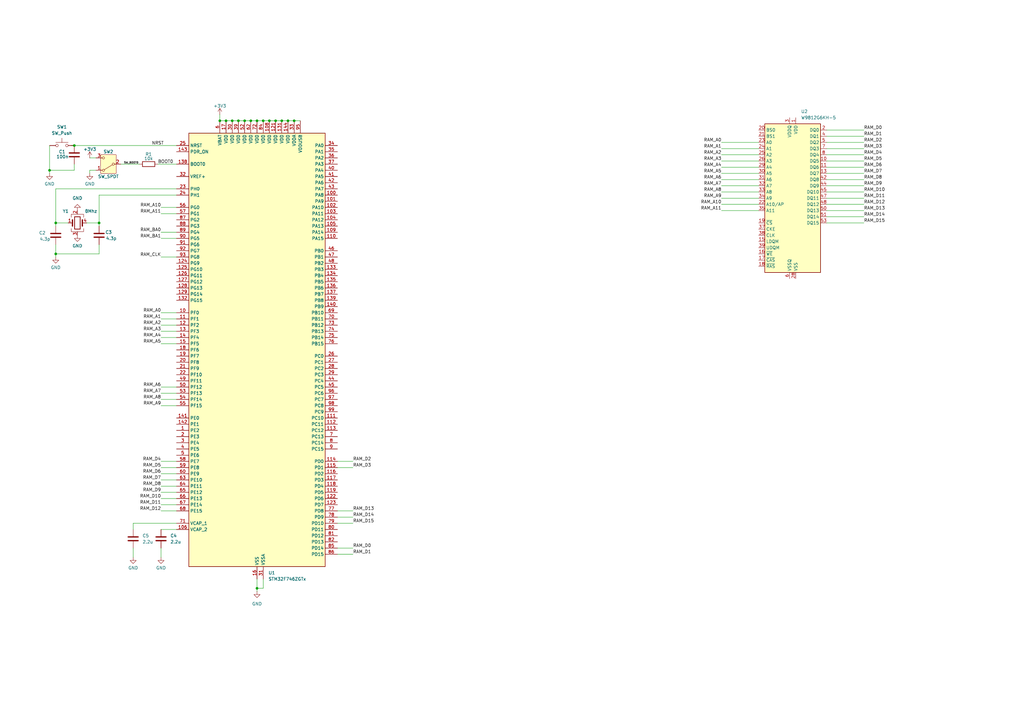
<source format=kicad_sch>
(kicad_sch (version 20250114) (generator "eeschema") (generator_version "9.0")
  (paper "A3")
  (lib_symbols
    (symbol "Device:C" (pin_numbers (hide yes)) (pin_names (offset 0.254))
      (property "Reference" "C" (at 0.635 2.54 0))
      (property "Value" "C" (at 0.635 -2.54 0))
      (symbol "C_0_1"
        (polyline (pts (xy -2.032 0.762) (xy 2.032 0.762)) (stroke (width 0.508)))
        (polyline (pts (xy -2.032 -0.762) (xy 2.032 -0.762)) (stroke (width 0.508)))
      )
      (symbol "C_1_1"
        (pin passive line (at 0 3.81 270) (length 2.794) (name "~") (number "1"))
        (pin passive line (at 0 -3.81 90) (length 2.794) (name "~") (number "2"))
      )
    )
    (symbol "Device:Crystal_GND23" (pin_names (offset 1.016) (hide yes))
      (property "Reference" "Y" (at 3.175 5.08 0))
      (property "Value" "Crystal_GND23" (at 3.175 3.175 0))
      (symbol "Crystal_GND23_0_1"
        (polyline (pts (xy -2.54 2.286) (xy -2.54 3.556) (xy 2.54 3.556) (xy 2.54 2.286)))
        (polyline (pts (xy -2.54 0) (xy -2.032 0)))
        (polyline (pts (xy -2.54 -2.286) (xy -2.54 -3.556) (xy 2.54 -3.556) (xy 2.54 -2.286)))
        (polyline (pts (xy -2.032 -1.27) (xy -2.032 1.27)) (stroke (width 0.508)))
        (rectangle (start -1.143 2.54) (end 1.143 -2.54) (stroke (width 0.3048)))
        (polyline (pts (xy 0 3.556) (xy 0 3.81)))
        (polyline (pts (xy 0 -3.81) (xy 0 -3.556)))
        (polyline (pts (xy 2.032 0) (xy 2.54 0)))
        (polyline (pts (xy 2.032 -1.27) (xy 2.032 1.27)) (stroke (width 0.508)))
      )
      (symbol "Crystal_GND23_1_1"
        (pin passive line (at -3.81 0 0) (length 1.27) (name "1") (number "1"))
        (pin passive line (at 0 5.08 270) (length 1.27) (name "2") (number "2"))
        (pin passive line (at 0 -5.08 90) (length 1.27) (name "3") (number "3"))
        (pin passive line (at 3.81 0 180) (length 1.27) (name "4") (number "4"))
      )
    )
    (symbol "Device:R" (pin_numbers (hide yes)) (pin_names (offset 0))
      (property "Reference" "R" (at 2.032 0 90))
      (property "Value" "R" (at 0 0 90))
      (symbol "R_0_1"
        (rectangle (start -1.016 -2.54) (end 1.016 2.54) (stroke (width 0.254)))
      )
      (symbol "R_1_1"
        (pin passive line (at 0 3.81 270) (length 1.27) (name "~") (number "1"))
        (pin passive line (at 0 -3.81 90) (length 1.27) (name "~") (number "2"))
      )
    )
    (symbol "GND_1" (power) (pin_numbers (hide yes)) (pin_names (offset 0) (hide yes))
      (property "Value" "GND" (at 0 -3.81 0))
      (symbol "GND_1_0_1"
        (polyline (pts (xy 0 0) (xy 0 -1.27) (xy 1.27 -1.27) (xy 0 -2.54) (xy -1.27 -1.27) (xy 0 -1.27)))
      )
      (symbol "GND_1_1_1"
        (pin power_in line (at 0 0 270) (length 0) (name "~") (number "1"))
      )
    )
    (symbol "MCU_ST_STM32F7:STM32F746ZGTx"
      (property "Reference" "U" (at -27.94 90.17 0))
      (property "Value" "STM32F746ZGTx" (at 20.32 90.17 0))
      (symbol "STM32F746ZGTx_0_1"
        (rectangle (start -27.94 -88.9) (end 27.94 88.9) (stroke (width 0.254)) (fill (type background)))
      )
      (symbol "STM32F746ZGTx_1_1"
        (pin input line (at -33.02 83.82 0) (length 5.08) (name "NRST") (number "25"))
        (pin input line (at -33.02 81.28 0) (length 5.08) (name "PDR_ON") (number "143"))
        (pin input line (at -33.02 76.2 0) (length 5.08) (name "BOOT0") (number "138"))
        (pin input line (at -33.02 71.12 0) (length 5.08) (name "VREF+") (number "32"))
        (pin bidirectional line (at -33.02 66.04 0) (length 5.08) (name "PH0") (number "23"))
        (pin bidirectional line (at -33.02 63.5 0) (length 5.08) (name "PH1") (number "24"))
        (pin bidirectional line (at -33.02 58.42 0) (length 5.08) (name "PG0") (number "56"))
        (pin bidirectional line (at -33.02 55.88 0) (length 5.08) (name "PG1") (number "57"))
        (pin bidirectional line (at -33.02 53.34 0) (length 5.08) (name "PG2") (number "87"))
        (pin bidirectional line (at -33.02 50.8 0) (length 5.08) (name "PG3") (number "88"))
        (pin bidirectional line (at -33.02 48.26 0) (length 5.08) (name "PG4") (number "89"))
        (pin bidirectional line (at -33.02 45.72 0) (length 5.08) (name "PG5") (number "90"))
        (pin bidirectional line (at -33.02 43.18 0) (length 5.08) (name "PG6") (number "91"))
        (pin bidirectional line (at -33.02 40.64 0) (length 5.08) (name "PG7") (number "92"))
        (pin bidirectional line (at -33.02 38.1 0) (length 5.08) (name "PG8") (number "93"))
        (pin bidirectional line (at -33.02 35.56 0) (length 5.08) (name "PG9") (number "124"))
        (pin bidirectional line (at -33.02 33.02 0) (length 5.08) (name "PG10") (number "125"))
        (pin bidirectional line (at -33.02 30.48 0) (length 5.08) (name "PG11") (number "126"))
        (pin bidirectional line (at -33.02 27.94 0) (length 5.08) (name "PG12") (number "127"))
        (pin bidirectional line (at -33.02 25.4 0) (length 5.08) (name "PG13") (number "128"))
        (pin bidirectional line (at -33.02 22.86 0) (length 5.08) (name "PG14") (number "129"))
        (pin bidirectional line (at -33.02 20.32 0) (length 5.08) (name "PG15") (number "132"))
        (pin bidirectional line (at -33.02 15.24 0) (length 5.08) (name "PF0") (number "10"))
        (pin bidirectional line (at -33.02 12.7 0) (length 5.08) (name "PF1") (number "11"))
        (pin bidirectional line (at -33.02 10.16 0) (length 5.08) (name "PF2") (number "12"))
        (pin bidirectional line (at -33.02 7.62 0) (length 5.08) (name "PF3") (number "13"))
        (pin bidirectional line (at -33.02 5.08 0) (length 5.08) (name "PF4") (number "14"))
        (pin bidirectional line (at -33.02 2.54 0) (length 5.08) (name "PF5") (number "15"))
        (pin bidirectional line (at -33.02 0 0) (length 5.08) (name "PF6") (number "18"))
        (pin bidirectional line (at -33.02 -2.54 0) (length 5.08) (name "PF7") (number "19"))
        (pin bidirectional line (at -33.02 -5.08 0) (length 5.08) (name "PF8") (number "20"))
        (pin bidirectional line (at -33.02 -7.62 0) (length 5.08) (name "PF9") (number "21"))
        (pin bidirectional line (at -33.02 -10.16 0) (length 5.08) (name "PF10") (number "22"))
        (pin bidirectional line (at -33.02 -12.7 0) (length 5.08) (name "PF11") (number "49"))
        (pin bidirectional line (at -33.02 -15.24 0) (length 5.08) (name "PF12") (number "50"))
        (pin bidirectional line (at -33.02 -17.78 0) (length 5.08) (name "PF13") (number "53"))
        (pin bidirectional line (at -33.02 -20.32 0) (length 5.08) (name "PF14") (number "54"))
        (pin bidirectional line (at -33.02 -22.86 0) (length 5.08) (name "PF15") (number "55"))
        (pin bidirectional line (at -33.02 -27.94 0) (length 5.08) (name "PE0") (number "141"))
        (pin bidirectional line (at -33.02 -30.48 0) (length 5.08) (name "PE1") (number "142"))
        (pin bidirectional line (at -33.02 -33.02 0) (length 5.08) (name "PE2") (number "1"))
        (pin bidirectional line (at -33.02 -35.56 0) (length 5.08) (name "PE3") (number "2"))
        (pin bidirectional line (at -33.02 -38.1 0) (length 5.08) (name "PE4") (number "3"))
        (pin bidirectional line (at -33.02 -40.64 0) (length 5.08) (name "PE5") (number "4"))
        (pin bidirectional line (at -33.02 -43.18 0) (length 5.08) (name "PE6") (number "5"))
        (pin bidirectional line (at -33.02 -45.72 0) (length 5.08) (name "PE7") (number "58"))
        (pin bidirectional line (at -33.02 -48.26 0) (length 5.08) (name "PE8") (number "59"))
        (pin bidirectional line (at -33.02 -50.8 0) (length 5.08) (name "PE9") (number "60"))
        (pin bidirectional line (at -33.02 -53.34 0) (length 5.08) (name "PE10") (number "63"))
        (pin bidirectional line (at -33.02 -55.88 0) (length 5.08) (name "PE11") (number "64"))
        (pin bidirectional line (at -33.02 -58.42 0) (length 5.08) (name "PE12") (number "65"))
        (pin bidirectional line (at -33.02 -60.96 0) (length 5.08) (name "PE13") (number "66"))
        (pin bidirectional line (at -33.02 -63.5 0) (length 5.08) (name "PE14") (number "67"))
        (pin bidirectional line (at -33.02 -66.04 0) (length 5.08) (name "PE15") (number "68"))
        (pin power_out line (at -33.02 -71.12 0) (length 5.08) (name "VCAP_1") (number "71"))
        (pin power_out line (at -33.02 -73.66 0) (length 5.08) (name "VCAP_2") (number "106"))
        (pin power_in line (at -15.24 93.98 270) (length 5.08) (name "VBAT") (number "6"))
        (pin power_in line (at -12.7 93.98 270) (length 5.08) (name "VDD") (number "17"))
        (pin power_in line (at -10.16 93.98 270) (length 5.08) (name "VDD") (number "30"))
        (pin power_in line (at -7.62 93.98 270) (length 5.08) (name "VDD") (number "39"))
        (pin power_in line (at -5.08 93.98 270) (length 5.08) (name "VDD") (number "52"))
        (pin power_in line (at -2.54 93.98 270) (length 5.08) (name "VDD") (number "62"))
        (pin power_in line (at 0 93.98 270) (length 5.08) (name "VDD") (number "72"))
        (pin passive line (at 0 -93.98 90) (length 5.08) (hide yes) (name "VSS") (number "107"))
        (pin passive line (at 0 -93.98 90) (length 5.08) (hide yes) (name "VSS") (number "120"))
        (pin passive line (at 0 -93.98 90) (length 5.08) (hide yes) (name "VSS") (number "130"))
        (pin power_in line (at 0 -93.98 90) (length 5.08) (name "VSS") (number "16"))
        (pin passive line (at 0 -93.98 90) (length 5.08) (hide yes) (name "VSS") (number "38"))
        (pin passive line (at 0 -93.98 90) (length 5.08) (hide yes) (name "VSS") (number "51"))
        (pin passive line (at 0 -93.98 90) (length 5.08) (hide yes) (name "VSS") (number "61"))
        (pin passive line (at 0 -93.98 90) (length 5.08) (hide yes) (name "VSS") (number "83"))
        (pin passive line (at 0 -93.98 90) (length 5.08) (hide yes) (name "VSS") (number "94"))
        (pin power_in line (at 2.54 93.98 270) (length 5.08) (name "VDD") (number "84"))
        (pin power_in line (at 2.54 -93.98 90) (length 5.08) (name "VSSA") (number "31"))
        (pin power_in line (at 5.08 93.98 270) (length 5.08) (name "VDD") (number "108"))
        (pin power_in line (at 7.62 93.98 270) (length 5.08) (name "VDD") (number "121"))
        (pin power_in line (at 10.16 93.98 270) (length 5.08) (name "VDD") (number "131"))
        (pin power_in line (at 12.7 93.98 270) (length 5.08) (name "VDD") (number "144"))
        (pin power_in line (at 15.24 93.98 270) (length 5.08) (name "VDDA") (number "33"))
        (pin power_in line (at 17.78 93.98 270) (length 5.08) (name "VDDUSB") (number "95"))
        (pin bidirectional line (at 33.02 83.82 180) (length 5.08) (name "PA0") (number "34"))
        (pin bidirectional line (at 33.02 81.28 180) (length 5.08) (name "PA1") (number "35"))
        (pin bidirectional line (at 33.02 78.74 180) (length 5.08) (name "PA2") (number "36"))
        (pin bidirectional line (at 33.02 76.2 180) (length 5.08) (name "PA3") (number "37"))
        (pin bidirectional line (at 33.02 73.66 180) (length 5.08) (name "PA4") (number "40"))
        (pin bidirectional line (at 33.02 71.12 180) (length 5.08) (name "PA5") (number "41"))
        (pin bidirectional line (at 33.02 68.58 180) (length 5.08) (name "PA6") (number "42"))
        (pin bidirectional line (at 33.02 66.04 180) (length 5.08) (name "PA7") (number "43"))
        (pin bidirectional line (at 33.02 63.5 180) (length 5.08) (name "PA8") (number "100"))
        (pin bidirectional line (at 33.02 60.96 180) (length 5.08) (name "PA9") (number "101"))
        (pin bidirectional line (at 33.02 58.42 180) (length 5.08) (name "PA10") (number "102"))
        (pin bidirectional line (at 33.02 55.88 180) (length 5.08) (name "PA11") (number "103"))
        (pin bidirectional line (at 33.02 53.34 180) (length 5.08) (name "PA12") (number "104"))
        (pin bidirectional line (at 33.02 50.8 180) (length 5.08) (name "PA13") (number "105"))
        (pin bidirectional line (at 33.02 48.26 180) (length 5.08) (name "PA14") (number "109"))
        (pin bidirectional line (at 33.02 45.72 180) (length 5.08) (name "PA15") (number "110"))
        (pin bidirectional line (at 33.02 40.64 180) (length 5.08) (name "PB0") (number "46"))
        (pin bidirectional line (at 33.02 38.1 180) (length 5.08) (name "PB1") (number "47"))
        (pin bidirectional line (at 33.02 35.56 180) (length 5.08) (name "PB2") (number "48"))
        (pin bidirectional line (at 33.02 33.02 180) (length 5.08) (name "PB3") (number "133"))
        (pin bidirectional line (at 33.02 30.48 180) (length 5.08) (name "PB4") (number "134"))
        (pin bidirectional line (at 33.02 27.94 180) (length 5.08) (name "PB5") (number "135"))
        (pin bidirectional line (at 33.02 25.4 180) (length 5.08) (name "PB6") (number "136"))
        (pin bidirectional line (at 33.02 22.86 180) (length 5.08) (name "PB7") (number "137"))
        (pin bidirectional line (at 33.02 20.32 180) (length 5.08) (name "PB8") (number "139"))
        (pin bidirectional line (at 33.02 17.78 180) (length 5.08) (name "PB9") (number "140"))
        (pin bidirectional line (at 33.02 15.24 180) (length 5.08) (name "PB10") (number "69"))
        (pin bidirectional line (at 33.02 12.7 180) (length 5.08) (name "PB11") (number "70"))
        (pin bidirectional line (at 33.02 10.16 180) (length 5.08) (name "PB12") (number "73"))
        (pin bidirectional line (at 33.02 7.62 180) (length 5.08) (name "PB13") (number "74"))
        (pin bidirectional line (at 33.02 5.08 180) (length 5.08) (name "PB14") (number "75"))
        (pin bidirectional line (at 33.02 2.54 180) (length 5.08) (name "PB15") (number "76"))
        (pin bidirectional line (at 33.02 -2.54 180) (length 5.08) (name "PC0") (number "26"))
        (pin bidirectional line (at 33.02 -5.08 180) (length 5.08) (name "PC1") (number "27"))
        (pin bidirectional line (at 33.02 -7.62 180) (length 5.08) (name "PC2") (number "28"))
        (pin bidirectional line (at 33.02 -10.16 180) (length 5.08) (name "PC3") (number "29"))
        (pin bidirectional line (at 33.02 -12.7 180) (length 5.08) (name "PC4") (number "44"))
        (pin bidirectional line (at 33.02 -15.24 180) (length 5.08) (name "PC5") (number "45"))
        (pin bidirectional line (at 33.02 -17.78 180) (length 5.08) (name "PC6") (number "96"))
        (pin bidirectional line (at 33.02 -20.32 180) (length 5.08) (name "PC7") (number "97"))
        (pin bidirectional line (at 33.02 -22.86 180) (length 5.08) (name "PC8") (number "98"))
        (pin bidirectional line (at 33.02 -25.4 180) (length 5.08) (name "PC9") (number "99"))
        (pin bidirectional line (at 33.02 -27.94 180) (length 5.08) (name "PC10") (number "111"))
        (pin bidirectional line (at 33.02 -30.48 180) (length 5.08) (name "PC11") (number "112"))
        (pin bidirectional line (at 33.02 -33.02 180) (length 5.08) (name "PC12") (number "113"))
        (pin bidirectional line (at 33.02 -35.56 180) (length 5.08) (name "PC13") (number "7"))
        (pin bidirectional line (at 33.02 -38.1 180) (length 5.08) (name "PC14") (number "8"))
        (pin bidirectional line (at 33.02 -40.64 180) (length 5.08) (name "PC15") (number "9"))
        (pin bidirectional line (at 33.02 -45.72 180) (length 5.08) (name "PD0") (number "114"))
        (pin bidirectional line (at 33.02 -48.26 180) (length 5.08) (name "PD1") (number "115"))
        (pin bidirectional line (at 33.02 -50.8 180) (length 5.08) (name "PD2") (number "116"))
        (pin bidirectional line (at 33.02 -53.34 180) (length 5.08) (name "PD3") (number "117"))
        (pin bidirectional line (at 33.02 -55.88 180) (length 5.08) (name "PD4") (number "118"))
        (pin bidirectional line (at 33.02 -58.42 180) (length 5.08) (name "PD5") (number "119"))
        (pin bidirectional line (at 33.02 -60.96 180) (length 5.08) (name "PD6") (number "122"))
        (pin bidirectional line (at 33.02 -63.5 180) (length 5.08) (name "PD7") (number "123"))
        (pin bidirectional line (at 33.02 -66.04 180) (length 5.08) (name "PD8") (number "77"))
        (pin bidirectional line (at 33.02 -68.58 180) (length 5.08) (name "PD9") (number "78"))
        (pin bidirectional line (at 33.02 -71.12 180) (length 5.08) (name "PD10") (number "79"))
        (pin bidirectional line (at 33.02 -73.66 180) (length 5.08) (name "PD11") (number "80"))
        (pin bidirectional line (at 33.02 -76.2 180) (length 5.08) (name "PD12") (number "81"))
        (pin bidirectional line (at 33.02 -78.74 180) (length 5.08) (name "PD13") (number "82"))
        (pin bidirectional line (at 33.02 -81.28 180) (length 5.08) (name "PD14") (number "85"))
        (pin bidirectional line (at 33.02 -83.82 180) (length 5.08) (name "PD15") (number "86"))
      )
    )
    (symbol "Memory_RAM:W9812G6KH-5"
      (property "Reference" "U" (at -10.16 31.75 0))
      (property "Value" "W9812G6KH-5" (at -10.16 -33.02 0))
      (symbol "W9812G6KH-5_1_1"
        (rectangle (start -10.16 30.48) (end 12.7 -30.48) (stroke (width 0.254)) (fill (type background)))
        (pin input line (at -12.7 27.94 0) (length 2.54) (name "BS0") (number "20"))
        (pin input line (at -12.7 25.4 0) (length 2.54) (name "BS1") (number "21"))
        (pin input line (at -12.7 22.86 0) (length 2.54) (name "A0") (number "23"))
        (pin input line (at -12.7 20.32 0) (length 2.54) (name "A1") (number "24"))
        (pin input line (at -12.7 17.78 0) (length 2.54) (name "A2") (number "25"))
        (pin input line (at -12.7 15.24 0) (length 2.54) (name "A3") (number "26"))
        (pin input line (at -12.7 12.7 0) (length 2.54) (name "A4") (number "29"))
        (pin input line (at -12.7 10.16 0) (length 2.54) (name "A5") (number "30"))
        (pin input line (at -12.7 7.62 0) (length 2.54) (name "A6") (number "31"))
        (pin input line (at -12.7 5.08 0) (length 2.54) (name "A7") (number "32"))
        (pin input line (at -12.7 2.54 0) (length 2.54) (name "A8") (number "33"))
        (pin input line (at -12.7 0 0) (length 2.54) (name "A9") (number "34"))
        (pin input line (at -12.7 -2.54 0) (length 2.54) (name "A10/AP") (number "22"))
        (pin input line (at -12.7 -5.08 0) (length 2.54) (name "A11") (number "35"))
        (pin input line (at -12.7 -10.16 0) (length 2.54) (name "~{CS}") (number "19"))
        (pin input line (at -12.7 -12.7 0) (length 2.54) (name "CKE") (number "37"))
        (pin input line (at -12.7 -15.24 0) (length 2.54) (name "CLK") (number "38"))
        (pin input line (at -12.7 -17.78 0) (length 2.54) (name "LDQM") (number "15"))
        (pin input line (at -12.7 -20.32 0) (length 2.54) (name "UDQM") (number "39"))
        (pin input line (at -12.7 -22.86 0) (length 2.54) (name "~{WE}") (number "16"))
        (pin input line (at -12.7 -25.4 0) (length 2.54) (name "~{CAS}") (number "17"))
        (pin input line (at -12.7 -27.94 0) (length 2.54) (name "~{RAS}") (number "18"))
        (pin power_in line (at 0 33.02 270) (length 2.54) (name "VDDQ") (number "3"))
        (pin passive line (at 0 33.02 270) (length 2.54) (hide yes) (name "VDDQ") (number "43"))
        (pin passive line (at 0 33.02 270) (length 2.54) (hide yes) (name "VDDQ") (number "49"))
        (pin passive line (at 0 33.02 270) (length 2.54) (hide yes) (name "VDDQ") (number "9"))
        (pin passive line (at 0 -33.02 90) (length 2.54) (hide yes) (name "VSSQ") (number "12"))
        (pin passive line (at 0 -33.02 90) (length 2.54) (hide yes) (name "VSSQ") (number "46"))
        (pin passive line (at 0 -33.02 90) (length 2.54) (hide yes) (name "VSSQ") (number "52"))
        (pin power_in line (at 0 -33.02 90) (length 2.54) (name "VSSQ") (number "6"))
        (pin power_in line (at 2.54 33.02 270) (length 2.54) (name "VDD") (number "1"))
        (pin passive line (at 2.54 33.02 270) (length 2.54) (hide yes) (name "VDD") (number "14"))
        (pin passive line (at 2.54 33.02 270) (length 2.54) (hide yes) (name "VDD") (number "27"))
        (pin power_in line (at 2.54 -33.02 90) (length 2.54) (name "VSS") (number "28"))
        (pin passive line (at 2.54 -33.02 90) (length 2.54) (hide yes) (name "VSS") (number "41"))
        (pin passive line (at 2.54 -33.02 90) (length 2.54) (hide yes) (name "VSS") (number "54"))
        (pin no_connect line (at 12.7 -15.24 180) (length 2.54) (hide yes) (name "NC") (number "36"))
        (pin no_connect line (at 12.7 -17.78 180) (length 2.54) (hide yes) (name "NC") (number "40"))
        (pin bidirectional line (at 15.24 27.94 180) (length 2.54) (name "DQ0") (number "2"))
        (pin bidirectional line (at 15.24 25.4 180) (length 2.54) (name "DQ1") (number "4"))
        (pin bidirectional line (at 15.24 22.86 180) (length 2.54) (name "DQ2") (number "5"))
        (pin bidirectional line (at 15.24 20.32 180) (length 2.54) (name "DQ3") (number "7"))
        (pin bidirectional line (at 15.24 17.78 180) (length 2.54) (name "DQ4") (number "8"))
        (pin bidirectional line (at 15.24 15.24 180) (length 2.54) (name "DQ5") (number "10"))
        (pin bidirectional line (at 15.24 12.7 180) (length 2.54) (name "DQ6") (number "11"))
        (pin bidirectional line (at 15.24 10.16 180) (length 2.54) (name "DQ7") (number "13"))
        (pin bidirectional line (at 15.24 7.62 180) (length 2.54) (name "DQ8") (number "42"))
        (pin bidirectional line (at 15.24 5.08 180) (length 2.54) (name "DQ9") (number "44"))
        (pin bidirectional line (at 15.24 2.54 180) (length 2.54) (name "DQ10") (number "45"))
        (pin bidirectional line (at 15.24 0 180) (length 2.54) (name "DQ11") (number "47"))
        (pin bidirectional line (at 15.24 -2.54 180) (length 2.54) (name "DQ12") (number "48"))
        (pin bidirectional line (at 15.24 -5.08 180) (length 2.54) (name "DQ13") (number "50"))
        (pin bidirectional line (at 15.24 -7.62 180) (length 2.54) (name "DQ14") (number "51"))
        (pin bidirectional line (at 15.24 -10.16 180) (length 2.54) (name "DQ15") (number "53"))
      )
    )
    (symbol "Switch:SW_Push" (pin_numbers (hide yes)) (pin_names (offset 1.016) (hide yes))
      (property "Reference" "SW" (at 1.27 2.54 0))
      (property "Value" "SW_Push" (at 0 -1.524 0))
      (symbol "SW_Push_0_1"
        (circle (center -2.032 0) (radius 0.508))
        (polyline (pts (xy 0 1.27) (xy 0 3.048)))
        (circle (center 2.032 0) (radius 0.508))
        (polyline (pts (xy 2.54 1.27) (xy -2.54 1.27)))
        (pin passive line (at -5.08 0 0) (length 2.54) (name "1") (number "1"))
        (pin passive line (at 5.08 0 180) (length 2.54) (name "2") (number "2"))
      )
    )
    (symbol "Switch:SW_SPDT" (pin_names (offset 0) (hide yes))
      (property "Reference" "SW" (at 0 5.08 0))
      (property "Value" "SW_SPDT" (at 0 -5.08 0))
      (symbol "SW_SPDT_0_1"
        (circle (center -2.032 0) (radius 0.4572))
        (polyline (pts (xy -1.651 0.254) (xy 1.651 2.286)))
        (circle (center 2.032 2.54) (radius 0.4572))
        (circle (center 2.032 -2.54) (radius 0.4572))
      )
      (symbol "SW_SPDT_1_1"
        (rectangle (start -3.175 3.81) (end 3.175 -3.81) (fill (type background)))
        (pin passive line (at -5.08 0 0) (length 2.54) (name "B") (number "2"))
        (pin passive line (at 5.08 2.54 180) (length 2.54) (name "A") (number "1"))
        (pin passive line (at 5.08 -2.54 180) (length 2.54) (name "C") (number "3"))
      )
    )
    (symbol "power:+3V3" (power) (pin_numbers (hide yes)) (pin_names (offset 0) (hide yes))
      (property "Value" "+3V3" (at 0 3.556 0))
      (symbol "+3V3_0_1"
        (polyline (pts (xy -0.762 1.27) (xy 0 2.54)))
        (polyline (pts (xy 0 2.54) (xy 0.762 1.27)))
        (polyline (pts (xy 0 0) (xy 0 2.54)))
      )
      (symbol "+3V3_1_1"
        (pin power_in line (at 0 0 90) (length 0) (name "~") (number "1"))
      )
    )
    (symbol "power:GND" (power) (pin_names (offset 0))
      (property "Value" "GND" (at 0 -3.81 0))
      (symbol "GND_0_1"
        (polyline (pts (xy 0 0) (xy 0 -1.27) (xy 1.27 -1.27) (xy 0 -2.54) (xy -1.27 -1.27) (xy 0 -1.27)))
      )
      (symbol "GND_1_1"
        (pin power_in line (at 0 0 270) (length 0) (hide yes) (name "GND") (number "1"))
      )
    )
  )
  (junction (at 30.48 59.69))
  (junction (at 120.65 49.53))
  (junction (at 40.64 91.44))
  (junction (at 90.17 49.53))
  (junction (at 95.25 49.53))
  (junction (at 100.33 49.53))
  (junction (at 92.71 49.53))
  (junction (at 115.57 49.53))
  (junction (at 97.79 49.53))
  (junction (at 20.32 69.85))
  (junction (at 118.11 49.53))
  (junction (at 22.86 91.44))
  (junction (at 105.41 241.3))
  (junction (at 22.86 104.14))
  (junction (at 113.03 49.53))
  (junction (at 102.87 49.53))
  (junction (at 105.41 49.53))
  (junction (at 110.49 49.53))
  (junction (at 107.95 49.53))
  (wire (pts (xy 339.09 53.34) (xy 354.33 53.34)))
  (wire (pts (xy 138.43 212.09) (xy 144.78 212.09)))
  (wire (pts (xy 54.61 224.79) (xy 54.61 228.6)))
  (wire (pts (xy 339.09 83.82) (xy 354.33 83.82)))
  (wire (pts (xy 339.09 86.36) (xy 354.33 86.36)))
  (wire (pts (xy 339.09 66.04) (xy 354.33 66.04)))
  (wire (pts (xy 295.91 78.74) (xy 311.15 78.74)))
  (wire (pts (xy 66.04 209.55) (xy 72.39 209.55)))
  (wire (pts (xy 339.09 81.28) (xy 354.33 81.28)))
  (wire (pts (xy 295.91 58.42) (xy 311.15 58.42)))
  (wire (pts (xy 100.33 49.53) (xy 102.87 49.53)))
  (wire (pts (xy 295.91 63.5) (xy 311.15 63.5)))
  (wire (pts (xy 20.32 71.12) (xy 20.32 69.85)))
  (wire (pts (xy 118.11 49.53) (xy 120.65 49.53)))
  (wire (pts (xy 107.95 49.53) (xy 110.49 49.53)))
  (wire (pts (xy 66.04 128.27) (xy 72.39 128.27)))
  (wire (pts (xy 102.87 49.53) (xy 105.41 49.53)))
  (wire (pts (xy 66.04 199.39) (xy 72.39 199.39)))
  (wire (pts (xy 105.41 237.49) (xy 105.41 241.3)))
  (wire (pts (xy 295.91 60.96) (xy 311.15 60.96)))
  (wire (pts (xy 66.04 95.25) (xy 72.39 95.25)))
  (wire (pts (xy 339.09 73.66) (xy 354.33 73.66)))
  (wire (pts (xy 339.09 60.96) (xy 354.33 60.96)))
  (wire (pts (xy 95.25 49.53) (xy 97.79 49.53)))
  (wire (pts (xy 339.09 88.9) (xy 354.33 88.9)))
  (wire (pts (xy 138.43 209.55) (xy 144.78 209.55)))
  (wire (pts (xy 295.91 86.36) (xy 311.15 86.36)))
  (wire (pts (xy 295.91 71.12) (xy 311.15 71.12)))
  (wire (pts (xy 138.43 189.23) (xy 144.78 189.23)))
  (wire (pts (xy 66.04 140.97) (xy 72.39 140.97)))
  (wire (pts (xy 66.04 105.41) (xy 72.39 105.41)))
  (wire (pts (xy 66.04 204.47) (xy 72.39 204.47)))
  (wire (pts (xy 92.71 49.53) (xy 95.25 49.53)))
  (wire (pts (xy 66.04 217.17) (xy 72.39 217.17)))
  (wire (pts (xy 339.09 68.58) (xy 354.33 68.58)))
  (wire (pts (xy 339.09 78.74) (xy 354.33 78.74)))
  (wire (pts (xy 66.04 138.43) (xy 72.39 138.43)))
  (wire (pts (xy 40.64 80.01) (xy 40.64 91.44)))
  (wire (pts (xy 295.91 83.82) (xy 311.15 83.82)))
  (wire (pts (xy 107.95 241.3) (xy 107.95 237.49)))
  (wire (pts (xy 339.09 58.42) (xy 354.33 58.42)))
  (wire (pts (xy 144.78 227.33) (xy 138.43 227.33)))
  (wire (pts (xy 30.48 59.69) (xy 72.39 59.69)))
  (wire (pts (xy 66.04 161.29) (xy 72.39 161.29)))
  (wire (pts (xy 66.04 158.75) (xy 72.39 158.75)))
  (wire (pts (xy 39.37 69.85) (xy 36.83 69.85)))
  (wire (pts (xy 72.39 77.47) (xy 22.86 77.47)))
  (wire (pts (xy 66.04 133.35) (xy 72.39 133.35)))
  (wire (pts (xy 144.78 224.79) (xy 138.43 224.79)))
  (wire (pts (xy 105.41 242.57) (xy 105.41 241.3)))
  (wire (pts (xy 66.04 207.01) (xy 72.39 207.01)))
  (wire (pts (xy 66.04 196.85) (xy 72.39 196.85)))
  (wire (pts (xy 115.57 49.53) (xy 118.11 49.53)))
  (wire (pts (xy 49.53 67.31) (xy 57.15 67.31)))
  (wire (pts (xy 54.61 214.63) (xy 54.61 217.17)))
  (wire (pts (xy 90.17 46.99) (xy 90.17 49.53)))
  (wire (pts (xy 295.91 81.28) (xy 311.15 81.28)))
  (wire (pts (xy 66.04 224.79) (xy 66.04 228.6)))
  (wire (pts (xy 64.77 67.31) (xy 72.39 67.31)))
  (wire (pts (xy 66.04 85.09) (xy 72.39 85.09)))
  (wire (pts (xy 90.17 49.53) (xy 92.71 49.53)))
  (wire (pts (xy 20.32 69.85) (xy 30.48 69.85)))
  (wire (pts (xy 113.03 49.53) (xy 115.57 49.53)))
  (wire (pts (xy 105.41 241.3) (xy 107.95 241.3)))
  (wire (pts (xy 339.09 55.88) (xy 354.33 55.88)))
  (wire (pts (xy 66.04 87.63) (xy 72.39 87.63)))
  (wire (pts (xy 295.91 76.2) (xy 311.15 76.2)))
  (wire (pts (xy 72.39 80.01) (xy 40.64 80.01)))
  (wire (pts (xy 22.86 77.47) (xy 22.86 91.44)))
  (wire (pts (xy 295.91 66.04) (xy 311.15 66.04)))
  (wire (pts (xy 30.48 67.31) (xy 30.48 69.85)))
  (wire (pts (xy 339.09 63.5) (xy 354.33 63.5)))
  (wire (pts (xy 339.09 91.44) (xy 354.33 91.44)))
  (wire (pts (xy 138.43 191.77) (xy 144.78 191.77)))
  (wire (pts (xy 105.41 49.53) (xy 107.95 49.53)))
  (wire (pts (xy 35.56 91.44) (xy 40.64 91.44)))
  (wire (pts (xy 66.04 194.31) (xy 72.39 194.31)))
  (wire (pts (xy 295.91 68.58) (xy 311.15 68.58)))
  (wire (pts (xy 66.04 130.81) (xy 72.39 130.81)))
  (wire (pts (xy 110.49 49.53) (xy 113.03 49.53)))
  (wire (pts (xy 22.86 105.41) (xy 22.86 104.14)))
  (wire (pts (xy 22.86 92.71) (xy 22.86 91.44)))
  (wire (pts (xy 72.39 214.63) (xy 54.61 214.63)))
  (wire (pts (xy 97.79 49.53) (xy 100.33 49.53)))
  (wire (pts (xy 66.04 163.83) (xy 72.39 163.83)))
  (wire (pts (xy 39.37 64.77) (xy 36.83 64.77)))
  (wire (pts (xy 29.21 59.69) (xy 30.48 59.69)))
  (wire (pts (xy 120.65 49.53) (xy 123.19 49.53)))
  (wire (pts (xy 22.86 91.44) (xy 27.94 91.44)))
  (wire (pts (xy 22.86 100.33) (xy 22.86 104.14)))
  (wire (pts (xy 66.04 166.37) (xy 72.39 166.37)))
  (wire (pts (xy 295.91 73.66) (xy 311.15 73.66)))
  (wire (pts (xy 40.64 104.14) (xy 40.64 100.33)))
  (wire (pts (xy 66.04 201.93) (xy 72.39 201.93)))
  (wire (pts (xy 66.04 97.79) (xy 72.39 97.79)))
  (wire (pts (xy 40.64 91.44) (xy 40.64 92.71)))
  (wire (pts (xy 66.04 189.23) (xy 72.39 189.23)))
  (wire (pts (xy 66.04 135.89) (xy 72.39 135.89)))
  (wire (pts (xy 22.86 104.14) (xy 40.64 104.14)))
  (wire (pts (xy 36.83 69.85) (xy 36.83 71.12)))
  (wire (pts (xy 339.09 76.2) (xy 354.33 76.2)))
  (wire (pts (xy 20.32 59.69) (xy 20.32 69.85)))
  (wire (pts (xy 138.43 214.63) (xy 144.78 214.63)))
  (wire (pts (xy 339.09 71.12) (xy 354.33 71.12)))
  (wire (pts (xy 66.04 191.77) (xy 72.39 191.77)))
  (label "RAM_A0" (at 66.04 128.27 180))
  (label "RAM_A8" (at 295.91 78.74 180))
  (label "RAM_D7" (at 354.33 71.12 0))
  (label "RAM_D3" (at 354.33 60.96 0))
  (label "RAM_D1" (at 354.33 55.88 0))
  (label "RAM_D13" (at 144.78 209.55 0))
  (label "RAM_A5" (at 295.91 71.12 180))
  (label "RAM_A11" (at 295.91 86.36 180))
  (label "RAM_D10" (at 354.33 78.74 0))
  (label "RAM_BA0" (at 66.04 95.25 180))
  (label "RAM_D5" (at 66.04 191.77 180))
  (label "RAM_A4" (at 295.91 68.58 180))
  (label "RAM_A5" (at 66.04 140.97 180))
  (label "RAM_D11" (at 354.33 81.28 0))
  (label "RAM_D9" (at 354.33 76.2 0))
  (label "RAM_A6" (at 295.91 73.66 180))
  (label "RAM_A1" (at 295.91 60.96 180))
  (label "RAM_A8" (at 66.04 163.83 180))
  (label "RAM_D6" (at 354.33 68.58 0))
  (label "NRST" (at 62.23 59.69 0))
  (label "RAM_A6" (at 66.04 158.75 180))
  (label "RAM_BA1" (at 66.04 97.79 180))
  (label "RAM_D1" (at 144.78 227.33 0))
  (label "RAM_A10" (at 66.04 85.09 180))
  (label "RAM_A3" (at 295.91 66.04 180))
  (label "RAM_A2" (at 66.04 133.35 180))
  (label "RAM_D2" (at 144.78 189.23 0))
  (label "RAM_D10" (at 66.04 204.47 180))
  (label "RAM_D12" (at 354.33 83.82 0))
  (label "RAM_D4" (at 354.33 63.5 0))
  (label "RAM_D12" (at 66.04 209.55 180))
  (label "BOOT0" (at 64.77 67.31 0))
  (label "RAM_A10" (at 295.91 83.82 180))
  (label "RAM_A11" (at 66.04 87.63 180))
  (label "RAM_D15" (at 354.33 91.44 0))
  (label "RAM_D5" (at 354.33 66.04 0))
  (label "RAM_D2" (at 354.33 58.42 0))
  (label "RAM_A7" (at 66.04 161.29 180))
  (label "SW_BOOT0" (at 50.8 67.31 0) (effects (font (size 0.762 0.762))))
  (label "RAM_D7" (at 66.04 196.85 180))
  (label "RAM_D8" (at 66.04 199.39 180))
  (label "RAM_A9" (at 295.91 81.28 180))
  (label "RAM_A2" (at 295.91 63.5 180))
  (label "RAM_D9" (at 66.04 201.93 180))
  (label "RAM_D3" (at 144.78 191.77 0))
  (label "RAM_D6" (at 66.04 194.31 180))
  (label "RAM_A3" (at 66.04 135.89 180))
  (label "RAM_D8" (at 354.33 73.66 0))
  (label "RAM_CLK" (at 66.04 105.41 180))
  (label "RAM_D14" (at 354.33 88.9 0))
  (label "RAM_A1" (at 66.04 130.81 180))
  (label "RAM_D4" (at 66.04 189.23 180))
  (label "RAM_A4" (at 66.04 138.43 180))
  (label "RAM_D0" (at 144.78 224.79 0))
  (label "RAM_A9" (at 66.04 166.37 180))
  (label "RAM_D13" (at 354.33 86.36 0))
  (label "RAM_D15" (at 144.78 214.63 0))
  (label "RAM_D14" (at 144.78 212.09 0))
  (label "RAM_A0" (at 295.91 58.42 180))
  (label "RAM_A7" (at 295.91 76.2 180))
  (label "RAM_D0" (at 354.33 53.34 0))
  (label "RAM_D11" (at 66.04 207.01 180))
  (symbol (lib_id "power:GND") (at 36.83 71.12 0) (unit 1)
    (property "Reference" "#PWR02" (effects (hide yes)))
    (property "Value" "GND" (at 36.83 75.438 0))
  )
  (symbol (lib_id "Device:C") (at 30.48 63.5 0) (unit 1)
    (property "Reference" "C1" (at 24.13 62.23 0) (effects (justify left)))
    (property "Value" "100n" (at 23.114 64.262 0) (effects (justify left)))
    (property "Footprint" "Capacitor_SMD:C_0805_2012Metric_Pad1.18x1.45mm_HandSolder" (effects (hide yes)))
  )
  (symbol (lib_id "Switch:SW_Push") (at 25.4 59.69 0) (unit 1)
    (property "Reference" "SW1" (at 25.4 52.07 0))
    (property "Value" "SW_Push" (at 25.4 54.61 0))
    (property "Footprint" "Button_Switch_THT:SW_PUSH_6mm" (effects (hide yes)))
  )
  (symbol (lib_id "power:GND") (at 66.04 228.6 0) (unit 1)
    (property "Reference" "#PWR07" (effects (hide yes)))
    (property "Value" "GND" (at 66.04 232.918 0))
  )
  (symbol (lib_id "Device:C") (at 66.04 220.98 0) (unit 1)
    (property "Reference" "C4" (at 69.85 219.7099 0) (effects (justify left)))
    (property "Value" "2.2u" (at 69.85 222.2499 0) (effects (justify left)))
    (property "Description" "Unpolarized capacitor" (effects (hide yes)))
  )
  (symbol (lib_id "power:GND") (at 54.61 228.6 0) (unit 1)
    (property "Reference" "#PWR06" (effects (hide yes)))
    (property "Value" "GND" (at 54.61 232.918 0))
  )
  (symbol (lib_id "Device:C") (at 54.61 220.98 0) (unit 1)
    (property "Reference" "C5" (at 58.42 219.7099 0) (effects (justify left)))
    (property "Value" "2.2u" (at 58.42 222.2499 0) (effects (justify left)))
    (property "Description" "Unpolarized capacitor" (effects (hide yes)))
  )
  (symbol (lib_id "Switch:SW_SPDT") (at 44.45 67.31 180) (unit 1)
    (property "Reference" "SW2" (at 44.45 62.23 0))
    (property "Value" "SW_SPDT" (at 44.45 72.39 0))
    (property "Description" "Switch, single pole double throw" (effects (hide yes)))
  )
  (symbol (lib_id "power:+3V3") (at 90.17 46.99 0) (unit 1)
    (property "Reference" "#PWR09" (effects (hide yes)))
    (property "Value" "+3V3" (at 90.17 43.434 0))
    (property "Description" "Power symbol creates a global label with name \"+3V3\"" (effects (hide yes)))
  )
  (symbol (lib_name "GND_1") (lib_id "power:GND") (at 105.41 242.57 0) (unit 1)
    (property "Reference" "#PWR08" (effects (hide yes)))
    (property "Value" "GND" (at 105.41 247.65 0))
    (property "Description" "Power symbol creates a global label with name \"GND\" , ground" (effects (hide yes)))
  )
  (symbol (lib_id "power:GND") (at 31.75 86.36 180) (unit 1)
    (property "Reference" "#PWR04" (effects (hide yes)))
    (property "Value" "GND" (at 31.75 81.28 0))
  )
  (symbol (lib_id "Device:Crystal_GND23") (at 31.75 91.44 0) (unit 1)
    (property "Reference" "Y1" (at 26.924 86.614 0))
    (property "Value" "8Mhz" (at 37.338 86.614 0))
    (property "Description" "Four pin crystal, GND on pins 2 and 3" (effects (hide yes)))
  )
  (symbol (lib_id "Device:C") (at 22.86 96.52 0) (unit 1)
    (property "Reference" "C2" (at 16.002 95.504 0) (effects (justify left)))
    (property "Value" "4.3p" (at 16.256 98.044 0) (effects (justify left)))
    (property "Description" "Unpolarized capacitor" (effects (hide yes)))
  )
  (symbol (lib_id "power:GND") (at 22.86 105.41 0) (unit 1)
    (property "Reference" "#PWR05" (effects (hide yes)))
    (property "Value" "GND" (at 22.86 109.728 0))
  )
  (symbol (lib_id "power:GND") (at 31.75 96.52 0) (unit 1)
    (property "Reference" "#PWR03" (effects (hide yes)))
    (property "Value" "GND" (at 31.75 100.838 0))
  )
  (symbol (lib_id "Device:R") (at 60.96 67.31 90) (unit 1)
    (property "Reference" "R1" (at 60.96 63.246 90))
    (property "Value" "10k" (at 60.96 65.024 90))
    (property "Description" "Resistor" (effects (hide yes)))
  )
  (symbol (lib_id "MCU_ST_STM32F7:STM32F746ZGTx") (at 105.41 143.51 0) (unit 1)
    (property "Reference" "U1" (at 110.0933 234.95 0) (effects (justify left)))
    (property "Value" "STM32F746ZGTx" (at 110.0933 237.49 0) (effects (justify left)))
    (property "Footprint" "Package_QFP:LQFP-144_20x20mm_P0.5mm" (effects (hide yes)))
    (property "Datasheet" "https://www.st.com/resource/en/datasheet/stm32f746zg.pdf" (effects (hide yes)))
    (property "Description" "STMicroelectronics Arm Cortex-M7 MCU, 1024KB flash, 320KB RAM, 216 MHz, 1.7-3.6V, 114 GPIO, LQFP144" (effects (hide yes)))
  )
  (symbol (lib_id "Memory_RAM:W9812G6KH-5") (at 323.85 81.28 0) (unit 1)
    (property "Reference" "U2" (at 328.5333 45.72 0) (effects (justify left)))
    (property "Value" "W9812G6KH-5" (at 328.5333 48.26 0) (effects (justify left)))
    (property "Footprint" "Package_SO:TSOP-II-54_22.2x10.16mm_P0.8mm" (effects (hide yes)))
    (property "Datasheet" "https://www.winbond.com/resource-files/da00-w9812g6khc1.pdf" (effects (hide yes)))
    (property "Description" "128Mb Synchronous DRAM, 2 Mb x 16 b x 4 Banks, 200 MHz, TSOP-II-54" (effects (hide yes)))
  )
  (symbol (lib_id "Device:C") (at 40.64 96.52 0) (unit 1)
    (property "Reference" "C3" (at 43.18 95.25 0) (effects (justify left)))
    (property "Value" "4.3p" (at 43.434 97.79 0) (effects (justify left)))
    (property "Description" "Unpolarized capacitor" (effects (hide yes)))
  )
  (symbol (lib_id "power:GND") (at 20.32 71.12 0) (unit 1)
    (property "Reference" "#PWR061" (effects (hide yes)))
    (property "Value" "GND" (at 20.32 75.438 0))
  )
  (symbol (lib_id "power:+3V3") (at 36.83 64.77 0) (unit 1)
    (property "Reference" "#PWR01" (effects (hide yes)))
    (property "Value" "+3V3" (at 36.83 61.214 0))
    (property "Description" "Power symbol creates a global label with name \"+3V3\"" (effects (hide yes)))
  )
)
</source>
